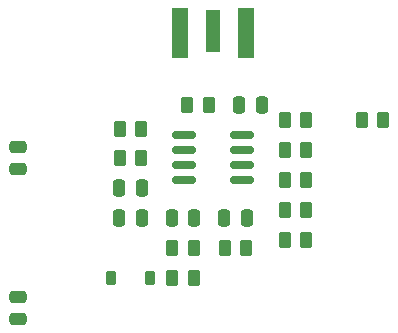
<source format=gbr>
%TF.GenerationSoftware,KiCad,Pcbnew,8.0.0*%
%TF.CreationDate,2024-06-21T14:03:25-04:00*%
%TF.ProjectId,GaN Gate Driver,47614e20-4761-4746-9520-447269766572,v1.0*%
%TF.SameCoordinates,Original*%
%TF.FileFunction,Paste,Top*%
%TF.FilePolarity,Positive*%
%FSLAX46Y46*%
G04 Gerber Fmt 4.6, Leading zero omitted, Abs format (unit mm)*
G04 Created by KiCad (PCBNEW 8.0.0) date 2024-06-21 14:03:25*
%MOMM*%
%LPD*%
G01*
G04 APERTURE LIST*
G04 Aperture macros list*
%AMRoundRect*
0 Rectangle with rounded corners*
0 $1 Rounding radius*
0 $2 $3 $4 $5 $6 $7 $8 $9 X,Y pos of 4 corners*
0 Add a 4 corners polygon primitive as box body*
4,1,4,$2,$3,$4,$5,$6,$7,$8,$9,$2,$3,0*
0 Add four circle primitives for the rounded corners*
1,1,$1+$1,$2,$3*
1,1,$1+$1,$4,$5*
1,1,$1+$1,$6,$7*
1,1,$1+$1,$8,$9*
0 Add four rect primitives between the rounded corners*
20,1,$1+$1,$2,$3,$4,$5,0*
20,1,$1+$1,$4,$5,$6,$7,0*
20,1,$1+$1,$6,$7,$8,$9,0*
20,1,$1+$1,$8,$9,$2,$3,0*%
G04 Aperture macros list end*
%ADD10RoundRect,0.250000X-0.262500X-0.450000X0.262500X-0.450000X0.262500X0.450000X-0.262500X0.450000X0*%
%ADD11RoundRect,0.250000X0.475000X-0.250000X0.475000X0.250000X-0.475000X0.250000X-0.475000X-0.250000X0*%
%ADD12RoundRect,0.250000X-0.250000X-0.475000X0.250000X-0.475000X0.250000X0.475000X-0.250000X0.475000X0*%
%ADD13R,1.270000X3.600000*%
%ADD14R,1.350000X4.200000*%
%ADD15RoundRect,0.150000X-0.825000X-0.150000X0.825000X-0.150000X0.825000X0.150000X-0.825000X0.150000X0*%
%ADD16RoundRect,0.250000X0.262500X0.450000X-0.262500X0.450000X-0.262500X-0.450000X0.262500X-0.450000X0*%
%ADD17RoundRect,0.250000X-0.475000X0.250000X-0.475000X-0.250000X0.475000X-0.250000X0.475000X0.250000X0*%
%ADD18RoundRect,0.250000X0.250000X0.475000X-0.250000X0.475000X-0.250000X-0.475000X0.250000X-0.475000X0*%
%ADD19RoundRect,0.225000X-0.225000X-0.375000X0.225000X-0.375000X0.225000X0.375000X-0.225000X0.375000X0*%
G04 APERTURE END LIST*
D10*
%TO.C,R10*%
X70842500Y-45720000D03*
X72667500Y-45720000D03*
%TD*%
D11*
%TO.C,C5*%
X53340000Y-51750000D03*
X53340000Y-49850000D03*
%TD*%
D12*
%TO.C,C6*%
X72075000Y-33655000D03*
X73975000Y-33655000D03*
%TD*%
D13*
%TO.C,J1*%
X69850000Y-27322500D03*
D14*
X72675000Y-27522500D03*
X67025000Y-27522500D03*
%TD*%
D10*
%TO.C,R6*%
X75922500Y-42545000D03*
X77747500Y-42545000D03*
%TD*%
D15*
%TO.C,U1*%
X67375000Y-36195000D03*
X67375000Y-37465000D03*
X67375000Y-38735000D03*
X67375000Y-40005000D03*
X72325000Y-40005000D03*
X72325000Y-38735000D03*
X72325000Y-37465000D03*
X72325000Y-36195000D03*
%TD*%
D10*
%TO.C,R1*%
X67667500Y-33655000D03*
X69492500Y-33655000D03*
%TD*%
D16*
%TO.C,R4*%
X77747500Y-40005000D03*
X75922500Y-40005000D03*
%TD*%
D17*
%TO.C,C4*%
X53340000Y-37150000D03*
X53340000Y-39050000D03*
%TD*%
D16*
%TO.C,R5*%
X84248000Y-34925000D03*
X82423000Y-34925000D03*
%TD*%
D10*
%TO.C,R11*%
X66397500Y-45720000D03*
X68222500Y-45720000D03*
%TD*%
D12*
%TO.C,C7*%
X68260000Y-43180000D03*
X66360000Y-43180000D03*
%TD*%
D16*
%TO.C,R12*%
X68222500Y-48260000D03*
X66397500Y-48260000D03*
%TD*%
D12*
%TO.C,C2*%
X61915000Y-40640000D03*
X63815000Y-40640000D03*
%TD*%
D10*
%TO.C,R9*%
X61952500Y-38100000D03*
X63777500Y-38100000D03*
%TD*%
%TO.C,R3*%
X75922500Y-37465000D03*
X77747500Y-37465000D03*
%TD*%
%TO.C,R2*%
X75922500Y-34925000D03*
X77747500Y-34925000D03*
%TD*%
D16*
%TO.C,R8*%
X63777500Y-35687000D03*
X61952500Y-35687000D03*
%TD*%
D18*
%TO.C,C3*%
X63815000Y-43180000D03*
X61915000Y-43180000D03*
%TD*%
D12*
%TO.C,C1*%
X70805000Y-43180000D03*
X72705000Y-43180000D03*
%TD*%
D19*
%TO.C,D1*%
X61215000Y-48260000D03*
X64515000Y-48260000D03*
%TD*%
D10*
%TO.C,R7*%
X75922500Y-45085000D03*
X77747500Y-45085000D03*
%TD*%
M02*

</source>
